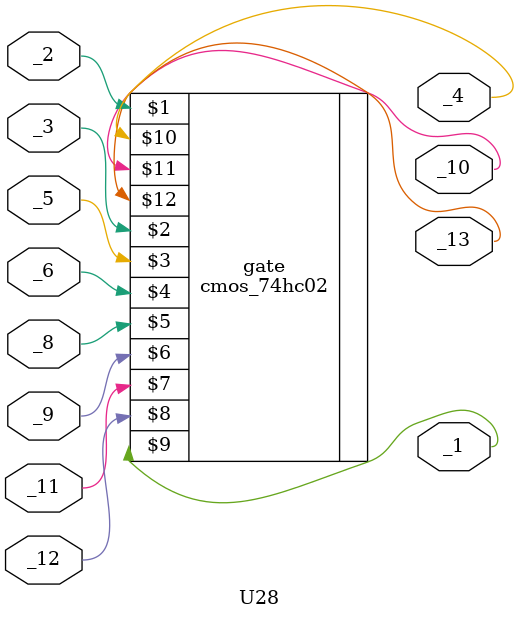
<source format=v>

module alu
(
   input A0,
   input A1,
   input A2,
   input A3,
   output Ax3cB,
   output Ax3dB,
   output Ax3eB,
   input B0,
   input B1,
   input B2,
   input B3,
   output OF,
   input S0,
   input S1,
   input S2,
   output Y0,
   output Y1,
   output Y2,
   output Y3
);


   wire _A0x3cB0;
   wire _A0x3dB0;
   wire _A0x3eB0;
   wire _A1x3cB1;
   wire _A1x3dB1;
   wire _A1x3eB1;
   wire _A2x3cB2;
   wire _A2x3dB2;
   wire _A2x3eB2;
   wire _ADD0;
   wire _ADD1;
   wire _ADD2;
   wire _ADD3;
   wire _AND0;
   wire _AND1;
   wire _AND2;
   wire _AND3;
   wire _MOVx2c_OR0;
   wire _MOVx2c_OR1;
   wire _MOVx2c_OR2;
   wire _MOVx2c_OR3;
   wire _XOR0;
   wire _XOR1;
   wire _XOR2;
   wire _XOR3;
   wire GND;
   assign GND = 0;
   wire Net__U1_Pad2_;
   wire Net__U1_Pad3_;
   wire Net__U1_Pad5_;
   wire Net__U1_Pad6_;
   wire Net__U1_Pad8_;
   wire Net__U1_Pad10_;
   wire Net__U1_Pad11_;
   wire Net__U1_Pad13_;
   wire Net__U2_Pad3_;
   wire Net__U2_Pad4_;
   wire Net__U2_Pad6_;
   wire Net__U2_Pad8_;
   wire Net__U2_Pad9_;
   wire Net__U2_Pad11_;
   wire Net__U2_Pad12_;
   wire Net__U8_Pad10_;
   wire Net__U8_Pad12_;
   wire Net__U10_Pad10_;
   wire Net__U10_Pad12_;
   wire Net__U11_Pad1_;
   wire Net__U11_Pad3_;
   wire Net__U11_Pad5_;
   wire Net__U11_Pad10_;
   wire Net__U11_Pad12_;
   wire Net__U12_Pad1_;
   wire Net__U12_Pad4_;
   wire Net__U12_Pad10_;
   wire Net__U12_Pad11_;
   wire Net__U12_Pad12_;
   wire Net__U12_Pad13_;
   wire Net__U13_Pad2_;
   wire Net__U13_Pad4_;
   wire Net__U13_Pad6_;
   wire Net__U13_Pad8_;
   wire Net__U13_Pad10_;
   wire Net__U13_Pad12_;
   wire Net__U14_Pad1_;
   wire Net__U14_Pad9_;
   wire Net__U14_Pad10_;
   wire Net__U14_Pad12_;
   wire Net__U14_Pad13_;
   wire Net__U15_Pad1_;
   wire Net__U15_Pad3_;
   wire Net__U15_Pad5_;
   wire Net__U15_Pad6_;
   wire Net__U15_Pad9_;
   wire Net__U15_Pad10_;
   wire Net__U15_Pad11_;
   wire Net__U15_Pad13_;
   wire Net__U16_Pad3_;
   wire Net__U16_Pad10_;
   wire Net__U17_Pad5_;
   wire Net__U17_Pad9_;
   wire Net__U17_Pad11_;
   wire Net__U17_Pad13_;
   wire Net__U18_Pad10_;
   wire Net__U18_Pad12_;
   wire Net__U19_Pad3_;
   wire Net__U19_Pad10_;
   wire Net__U20_Pad3_;
   wire Net__U20_Pad6_;
   wire Net__U20_Pad8_;
   wire Net__U20_Pad11_;
   wire Net__U21_Pad10_;
   wire Net__U21_Pad12_;
   wire Net__U22_Pad3_;
   wire Net__U22_Pad6_;
   wire Net__U22_Pad8_;
   wire Net__U22_Pad11_;
   wire Net__U23_Pad3_;
   wire Net__U23_Pad6_;
   wire Net__U23_Pad8_;
   wire Net__U23_Pad11_;
   wire Net__U24_Pad3_;
   wire Net__U24_Pad6_;
   wire Net__U24_Pad8_;
   wire Net__U24_Pad11_;
   wire Net__U25_Pad3_;
   wire Net__U25_Pad6_;
   wire Net__U25_Pad8_;
   wire Net__U25_Pad11_;
   wire Net__U26_Pad3_;
   wire Net__U26_Pad6_;
   wire Net__U26_Pad8_;
   wire Net__U26_Pad11_;
   wire Net__U27_Pad3_;
   wire Net__U27_Pad6_;
   wire Net__U27_Pad8_;
   wire Net__U27_Pad11_;
   wire VCC;
   assign VCC = 1;


   J1 _J1(A0, A1, A2, A3);

   J2 _J2(B0, B1, B2, B3);

   J3 _J3(S0, S1, S2);

   J4 _J4(VCC, GND);

   J5 _J5(Y0, Y1, Y2, Y3, OF);

   J6 _J6(Ax3cB, Ax3dB, Ax3eB);

   U1 _U1(A0, Net__U1_Pad2_, Net__U1_Pad3_, A1, Net__U1_Pad5_, Net__U1_Pad6_,
    Net__U1_Pad8_, A2, Net__U1_Pad10_, Net__U1_Pad11_, A3,
    Net__U1_Pad13_);

   U2 _U2(S2, _XOR0, Net__U2_Pad3_, Net__U2_Pad4_, _XOR1, Net__U2_Pad6_,
    Net__U2_Pad8_, Net__U2_Pad9_, _XOR2, Net__U2_Pad11_, Net__U2_Pad12_,
    _XOR3);

   U3 _U3(A0, Net__U1_Pad2_, _XOR0, A1, Net__U1_Pad5_, _XOR1, _XOR2, A2,
    Net__U1_Pad10_, _XOR3, A3, Net__U1_Pad13_);

   U4 _U4(S2, _XOR0, _ADD0, Net__U2_Pad4_, _XOR1, _ADD1, _ADD2, Net__U2_Pad9_,
    _XOR2, _ADD3, Net__U2_Pad12_, _XOR3);

   U5 _U5(Net__U1_Pad3_, Net__U2_Pad3_, Net__U2_Pad4_, Net__U1_Pad6_,
    Net__U2_Pad6_, Net__U2_Pad9_, Net__U2_Pad12_, Net__U1_Pad8_, Net__U2_Pad8_, OF,
    Net__U1_Pad11_, Net__U2_Pad11_);

   U6 _U6(Net__U20_Pad3_, Net__U13_Pad2_, _MOVx2c_OR0, Net__U20_Pad6_,
    Net__U13_Pad4_, _MOVx2c_OR1, _MOVx2c_OR2, Net__U20_Pad8_, Net__U13_Pad6_,
    _MOVx2c_OR3, Net__U20_Pad11_, Net__U13_Pad8_);

   U7 _U7(B0, S2, Net__U1_Pad2_, B1, S2, Net__U1_Pad5_, Net__U1_Pad10_, B2, S2,
    Net__U1_Pad13_, B3, S2);

   U8 _U8(A0, Net__U11_Pad1_, B0, Net__U11_Pad5_, Net__U11_Pad3_, _A0x3cB0,
    _A0x3eB0, Net__U11_Pad10_, Net__U8_Pad10_, A1, Net__U8_Pad12_, B1);

   U9 _U9(Net__U8_Pad10_, B1, Net__U14_Pad9_, A1, Net__U8_Pad12_,
    Net__U14_Pad13_, Net__U15_Pad1_, Net__U14_Pad9_, Net__U14_Pad13_,
    Net__U15_Pad3_, Net__U14_Pad1_, _A0x3dB0);

   U10 _U10(Net__U1_Pad3_, _AND0, Net__U1_Pad6_, _AND1, Net__U1_Pad8_, _AND2,
    _AND3, Net__U1_Pad11_, Net__U10_Pad10_, A2, Net__U10_Pad12_, B2);

   U11 _U11(Net__U11_Pad1_, B0, Net__U11_Pad3_, A0, Net__U11_Pad5_,
    Net__U11_Pad10_, Net__U11_Pad12_, Net__U11_Pad3_, Net__U11_Pad10_, _A0x3dB0,
    Net__U11_Pad12_, Net__U11_Pad12_);

   U12 _U12(Net__U12_Pad1_, S0, S1, Net__U12_Pad4_, S0, Net__U12_Pad12_,
    Net__U12_Pad11_, S1, Net__U12_Pad10_, Net__U12_Pad11_, Net__U12_Pad12_,
    Net__U12_Pad13_);

   U13 _U13(B0, Net__U13_Pad2_, B1, Net__U13_Pad4_, B2, Net__U13_Pad6_,
    Net__U13_Pad8_, B3, Net__U13_Pad10_, A3, Net__U13_Pad12_, B3);

   U14 _U14(Net__U14_Pad1_, _A0x3cB0, Net__U14_Pad10_, Net__U14_Pad1_, _A0x3eB0,
    Net__U14_Pad12_, _A1x3cB1, Net__U14_Pad9_, Net__U14_Pad10_, _A1x3eB1,
    Net__U14_Pad12_, Net__U14_Pad13_);

   U15 _U15(Net__U15_Pad1_, Net__U14_Pad1_, Net__U15_Pad3_, _A1x3dB1,
    Net__U15_Pad5_, Net__U15_Pad6_, _A2x3dB2, Net__U15_Pad9_, Net__U15_Pad10_,
    Net__U15_Pad11_, Ax3dB, Net__U15_Pad13_);

   U16 _U16(Net__U10_Pad10_, B2, Net__U16_Pad3_, A2, Net__U10_Pad12_,
    Net__U16_Pad10_, Net__U15_Pad5_, Net__U16_Pad3_, Net__U16_Pad10_,
    Net__U15_Pad9_, Net__U15_Pad6_, _A1x3dB1);

   U17 _U17(S0, Net__U12_Pad11_, S1, Net__U12_Pad12_, Net__U17_Pad5_, Y0, Y1,
    Net__U17_Pad9_, Y2, Net__U17_Pad11_, Y3, Net__U17_Pad13_);

   U18 _U18(Net__U15_Pad6_, _A1x3cB1, Net__U18_Pad10_, Net__U15_Pad6_, _A1x3eB1,
    Net__U18_Pad12_, _A2x3cB2, Net__U16_Pad3_, Net__U18_Pad10_, _A2x3eB2,
    Net__U18_Pad12_, Net__U16_Pad10_);

   U19 _U19(Net__U13_Pad10_, B3, Net__U19_Pad3_, A3, Net__U13_Pad12_,
    Net__U19_Pad10_, Net__U15_Pad11_, Net__U19_Pad3_, Net__U19_Pad10_,
    Net__U15_Pad13_, Net__U15_Pad10_, _A2x3dB2);

   U20 _U20(A0, S2, Net__U20_Pad3_, A1, S2, Net__U20_Pad6_, Net__U20_Pad8_, A2,
    S2, Net__U20_Pad11_, A3, S2);

   U21 _U21(Net__U15_Pad10_, _A2x3cB2, Net__U21_Pad10_, Net__U15_Pad10_,
    _A2x3eB2, Net__U21_Pad12_, Ax3cB, Net__U19_Pad3_, Net__U21_Pad10_, Ax3eB,
    Net__U21_Pad12_, Net__U19_Pad10_);

   U22 _U22(_ADD0, Net__U12_Pad13_, Net__U22_Pad3_, _ADD1, Net__U12_Pad13_,
    Net__U22_Pad6_, Net__U22_Pad8_, _ADD2, Net__U12_Pad13_, Net__U22_Pad11_, _ADD3,
    Net__U12_Pad13_);

   U23 _U23(_AND0, Net__U12_Pad10_, Net__U23_Pad3_, _AND1, Net__U12_Pad10_,
    Net__U23_Pad6_, Net__U23_Pad8_, _AND2, Net__U12_Pad10_, Net__U23_Pad11_, _AND3,
    Net__U12_Pad10_);

   U24 _U24(_XOR0, Net__U12_Pad4_, Net__U24_Pad3_, _XOR1, Net__U12_Pad4_,
    Net__U24_Pad6_, Net__U24_Pad8_, _XOR2, Net__U12_Pad4_, Net__U24_Pad11_, _XOR3,
    Net__U12_Pad4_);

   U25 _U25(_MOVx2c_OR0, Net__U12_Pad1_, Net__U25_Pad3_, _MOVx2c_OR1,
    Net__U12_Pad1_, Net__U25_Pad6_, Net__U25_Pad8_, _MOVx2c_OR2, Net__U12_Pad1_,
    Net__U25_Pad11_, _MOVx2c_OR3, Net__U12_Pad1_);

   U26 _U26(Net__U23_Pad3_, Net__U22_Pad3_, Net__U26_Pad3_, Net__U23_Pad6_,
    Net__U22_Pad6_, Net__U26_Pad6_, Net__U26_Pad8_, Net__U23_Pad8_, Net__U22_Pad8_,
    Net__U26_Pad11_, Net__U23_Pad11_, Net__U22_Pad11_);

   U27 _U27(Net__U25_Pad3_, Net__U24_Pad3_, Net__U27_Pad3_, Net__U25_Pad6_,
    Net__U24_Pad6_, Net__U27_Pad6_, Net__U27_Pad8_, Net__U25_Pad8_, Net__U24_Pad8_,
    Net__U27_Pad11_, Net__U25_Pad11_, Net__U24_Pad11_);

   U28 _U28(Net__U17_Pad5_, Net__U27_Pad3_, Net__U26_Pad3_, Net__U17_Pad9_,
    Net__U27_Pad6_, Net__U26_Pad6_, Net__U27_Pad8_, Net__U26_Pad8_,
    Net__U17_Pad11_, Net__U27_Pad11_, Net__U26_Pad11_, Net__U17_Pad13_);


endmodule


module J1(
   inout Pin_1,
   inout Pin_2,
   inout Pin_3,
   inout Pin_4);

   // NOTE: The following symbols are MACRO definition(s)!
   // To use them, precede them with a `
   `define Pin_ {Pin_4, Pin_3, Pin_2, Pin_1}

// No implementation

   `undef Pin_

endmodule

module J2(
   inout Pin_1,
   inout Pin_2,
   inout Pin_3,
   inout Pin_4);

   // NOTE: The following symbols are MACRO definition(s)!
   // To use them, precede them with a `
   `define Pin_ {Pin_4, Pin_3, Pin_2, Pin_1}

// No implementation

   `undef Pin_

endmodule

module J3(
   inout Pin_1,
   inout Pin_2,
   inout Pin_3);

   // NOTE: The following symbols are MACRO definition(s)!
   // To use them, precede them with a `
   `define Pin_ {Pin_3, Pin_2, Pin_1}

// No implementation

   `undef Pin_

endmodule

module J4(
   inout Pin_1,
   inout Pin_2);

   // NOTE: The following symbols are MACRO definition(s)!
   // To use them, precede them with a `
   `define Pin_ {Pin_2, Pin_1}

// No implementation

   `undef Pin_

endmodule

module J5(
   inout Pin_1,
   inout Pin_2,
   inout Pin_3,
   inout Pin_4,
   inout Pin_5);

   // NOTE: The following symbols are MACRO definition(s)!
   // To use them, precede them with a `
   `define Pin_ {Pin_5, Pin_4, Pin_3, Pin_2, Pin_1}

// No implementation

   `undef Pin_

endmodule

module J6(
   inout Pin_1,
   inout Pin_2,
   inout Pin_3);

   // NOTE: The following symbols are MACRO definition(s)!
   // To use them, precede them with a `
   `define Pin_ {Pin_3, Pin_2, Pin_1}

// No implementation

   `undef Pin_

endmodule

module U1(
   input _1,
   input _2,
   output _3,
   input _4,
   input _5,
   output _6,
   output _8,
   input _9,
   input _10,
   output _11,
   input _12,
   input _13);

cmos_74hc00 gate(_1, _2, _4, _5, _9, _10, _12, _13, _3, _5, _8, _11);

endmodule

module U2(
   input _1,
   input _2,
   output _3,
   input _4,
   input _5,
   output _6,
   output _8,
   input _9,
   input _10,
   output _11,
   input _12,
   input _13);

cmos_74hc00 gate(_1, _2, _4, _5, _9, _10, _12, _13, _3, _5, _8, _11);

endmodule

module U3(
   input _1,
   input _2,
   output _3,
   input _4,
   input _5,
   output _6,
   output _8,
   input _9,
   input _10,
   output _11,
   input _12,
   input _13);

cmos_74hc86 gate(_1, _2, _4, _5, _9, _10, _12, _13, _3, _5, _8, _11);

endmodule

module U4(
   input _1,
   input _2,
   output _3,
   input _4,
   input _5,
   output _6,
   output _8,
   input _9,
   input _10,
   output _11,
   input _12,
   input _13);

cmos_74hc86 gate(_1, _2, _4, _5, _9, _10, _12, _13, _3, _5, _8, _11);

endmodule

module U5(
   input _1,
   input _2,
   output _3,
   input _4,
   input _5,
   output _6,
   output _8,
   input _9,
   input _10,
   output _11,
   input _12,
   input _13);

cmos_74hc00 gate(_1, _2, _4, _5, _9, _10, _12, _13, _3, _5, _8, _11);

endmodule

module U6(
   input _1,
   input _2,
   output _3,
   input _4,
   input _5,
   output _6,
   output _8,
   input _9,
   input _10,
   output _11,
   input _12,
   input _13);

cmos_74hc00 gate(_1, _2, _4, _5, _9, _10, _12, _13, _3, _5, _8, _11);

endmodule

module U7(
   input _1,
   input _2,
   output _3,
   input _4,
   input _5,
   output _6,
   output _8,
   input _9,
   input _10,
   output _11,
   input _12,
   input _13);

cmos_74hc86 gate(_1, _2, _4, _5, _9, _10, _12, _13, _3, _5, _8, _11);

endmodule

module U8(
   input _1,
   output _2,
   input _3,
   output _4,
   input _5,
   output _6,
   output _8,
   input _9,
   output _10,
   input _11,
   output _12,
   input _13);

cmos_74hc04 gate(_1, _3, _5, _9, _11, _13, _2, _4, _6, _8, _10, _12);

endmodule

module U9(
   input _1,
   input _2,
   output _3,
   input _4,
   input _5,
   output _6,
   output _8,
   input _9,
   input _10,
   output _11,
   input _12,
   input _13);

cmos_74hc00 gate(_1, _2, _4, _5, _9, _10, _12, _13, _3, _5, _8, _11);

endmodule

module U10(
   input _1,
   output _2,
   input _3,
   output _4,
   input _5,
   output _6,
   output _8,
   input _9,
   output _10,
   input _11,
   output _12,
   input _13);

cmos_74hc04 gate(_1, _3, _5, _9, _11, _13, _2, _4, _6, _8, _10, _12);

endmodule

module U11(
   input _1,
   input _2,
   output _3,
   input _4,
   input _5,
   output _6,
   output _8,
   input _9,
   input _10,
   output _11,
   input _12,
   input _13);

cmos_74hc00 gate(_1, _2, _4, _5, _9, _10, _12, _13, _3, _5, _8, _11);

endmodule

module U12(
   output _1,
   input _2,
   input _3,
   output _4,
   input _5,
   input _6,
   input _8,
   input _9,
   output _10,
   input _11,
   input _12,
   output _13);

cmos_74hc02 gate(_2, _3, _5, _6, _8, _9, _11, _12, _1, _4, _10, _13);

endmodule

module U13(
   input _1,
   output _2,
   input _3,
   output _4,
   input _5,
   output _6,
   output _8,
   input _9,
   output _10,
   input _11,
   output _12,
   input _13);

cmos_74hc04 gate(_1, _3, _5, _9, _11, _13, _2, _4, _6, _8, _10, _12);

endmodule

module U14(
   input _1,
   input _2,
   output _3,
   input _4,
   input _5,
   output _6,
   output _8,
   input _9,
   input _10,
   output _11,
   input _12,
   input _13);

cmos_74hc00 gate(_1, _2, _4, _5, _9, _10, _12, _13, _3, _5, _8, _11);

endmodule

module U15(
   input _1,
   output _2,
   input _3,
   output _4,
   input _5,
   output _6,
   output _8,
   input _9,
   output _10,
   input _11,
   output _12,
   input _13);

cmos_74hc04 gate(_1, _3, _5, _9, _11, _13, _2, _4, _6, _8, _10, _12);

endmodule

module U16(
   input _1,
   input _2,
   output _3,
   input _4,
   input _5,
   output _6,
   output _8,
   input _9,
   input _10,
   output _11,
   input _12,
   input _13);

cmos_74hc00 gate(_1, _2, _4, _5, _9, _10, _12, _13, _3, _5, _8, _11);

endmodule

module U17(
   input _1,
   output _2,
   input _3,
   output _4,
   input _5,
   output _6,
   output _8,
   input _9,
   output _10,
   input _11,
   output _12,
   input _13);

cmos_74hc04 gate(_1, _3, _5, _9, _11, _13, _2, _4, _6, _8, _10, _12);

endmodule

module U18(
   input _1,
   input _2,
   output _3,
   input _4,
   input _5,
   output _6,
   output _8,
   input _9,
   input _10,
   output _11,
   input _12,
   input _13);

cmos_74hc00 gate(_1, _2, _4, _5, _9, _10, _12, _13, _3, _5, _8, _11);

endmodule

module U19(
   input _1,
   input _2,
   output _3,
   input _4,
   input _5,
   output _6,
   output _8,
   input _9,
   input _10,
   output _11,
   input _12,
   input _13);

cmos_74hc00 gate(_1, _2, _4, _5, _9, _10, _12, _13, _3, _5, _8, _11);

endmodule

module U20(
   input _1,
   input _2,
   output _3,
   input _4,
   input _5,
   output _6,
   output _8,
   input _9,
   input _10,
   output _11,
   input _12,
   input _13);

cmos_74hc00 gate(_1, _2, _4, _5, _9, _10, _12, _13, _3, _5, _8, _11);

endmodule

module U21(
   input _1,
   input _2,
   output _3,
   input _4,
   input _5,
   output _6,
   output _8,
   input _9,
   input _10,
   output _11,
   input _12,
   input _13);

cmos_74hc00 gate(_1, _2, _4, _5, _9, _10, _12, _13, _3, _5, _8, _11);

endmodule

module U22(
   input _1,
   input _2,
   output _3,
   input _4,
   input _5,
   output _6,
   output _8,
   input _9,
   input _10,
   output _11,
   input _12,
   input _13);

cmos_74hc00 gate(_1, _2, _4, _5, _9, _10, _12, _13, _3, _5, _8, _11);

endmodule

module U23(
   input _1,
   input _2,
   output _3,
   input _4,
   input _5,
   output _6,
   output _8,
   input _9,
   input _10,
   output _11,
   input _12,
   input _13);

cmos_74hc00 gate(_1, _2, _4, _5, _9, _10, _12, _13, _3, _5, _8, _11);

endmodule

module U24(
   input _1,
   input _2,
   output _3,
   input _4,
   input _5,
   output _6,
   output _8,
   input _9,
   input _10,
   output _11,
   input _12,
   input _13);

cmos_74hc00 gate(_1, _2, _4, _5, _9, _10, _12, _13, _3, _5, _8, _11);

endmodule

module U25(
   input _1,
   input _2,
   output _3,
   input _4,
   input _5,
   output _6,
   output _8,
   input _9,
   input _10,
   output _11,
   input _12,
   input _13);

cmos_74hc00 gate(_1, _2, _4, _5, _9, _10, _12, _13, _3, _5, _8, _11);

endmodule

module U26(
   input _1,
   input _2,
   output _3,
   input _4,
   input _5,
   output _6,
   output _8,
   input _9,
   input _10,
   output _11,
   input _12,
   input _13);

cmos_74hc00 gate(_1, _2, _4, _5, _9, _10, _12, _13, _3, _5, _8, _11);

endmodule

module U27(
   input _1,
   input _2,
   output _3,
   input _4,
   input _5,
   output _6,
   output _8,
   input _9,
   input _10,
   output _11,
   input _12,
   input _13);

cmos_74hc00 gate(_1, _2, _4, _5, _9, _10, _12, _13, _3, _5, _8, _11);

endmodule

module U28(
   output _1,
   input _2,
   input _3,
   output _4,
   input _5,
   input _6,
   input _8,
   input _9,
   output _10,
   input _11,
   input _12,
   output _13);

cmos_74hc02 gate(_2, _3, _5, _6, _8, _9, _11, _12, _1, _4, _10, _13);

endmodule


</source>
